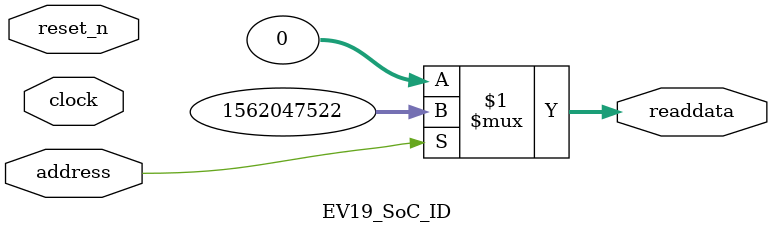
<source format=v>



// synthesis translate_off
`timescale 1ns / 1ps
// synthesis translate_on

// turn off superfluous verilog processor warnings 
// altera message_level Level1 
// altera message_off 10034 10035 10036 10037 10230 10240 10030 

module EV19_SoC_ID (
               // inputs:
                address,
                clock,
                reset_n,

               // outputs:
                readdata
             )
;

  output  [ 31: 0] readdata;
  input            address;
  input            clock;
  input            reset_n;

  wire    [ 31: 0] readdata;
  //control_slave, which is an e_avalon_slave
  assign readdata = address ? 1562047522 : 0;

endmodule



</source>
